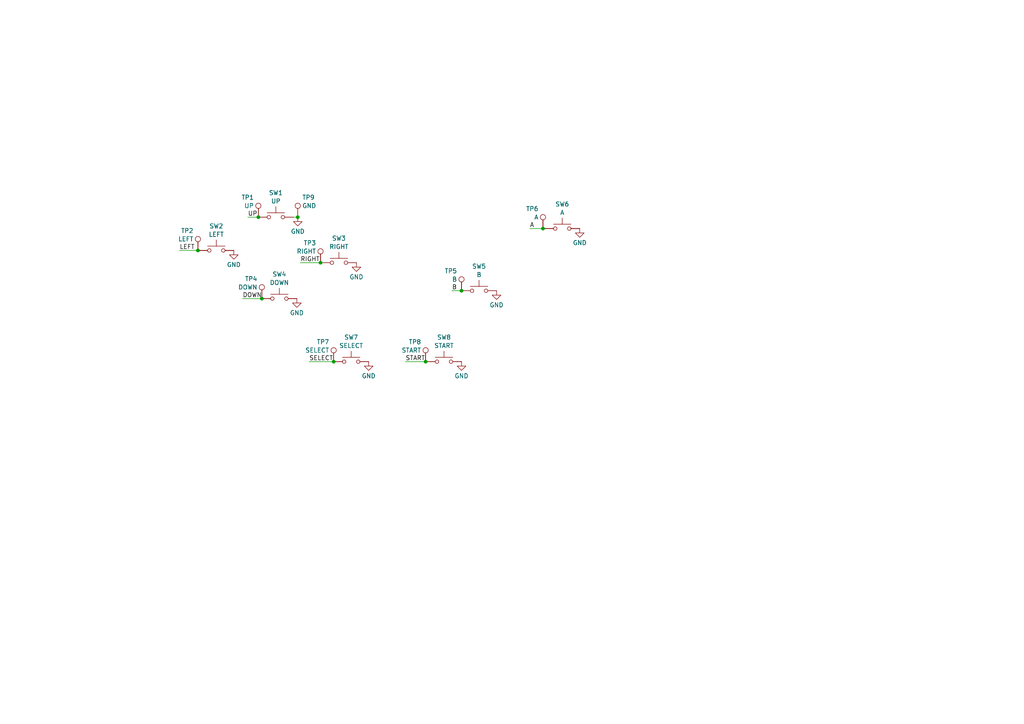
<source format=kicad_sch>
(kicad_sch (version 20231120) (generator "eeschema") (generator_version "8.0")
  (paper "A4")
  (lib_symbols
    (symbol "Connector:TestPoint" (pin_numbers hide) (pin_names (offset 0.762) hide)
      (property "Reference" "TP" (at 0 6.858 0))
      (property "Value" "TestPoint" (at 0 5.08 0))
      (symbol "TestPoint_0_1"
        (circle (center 0 3.302) (radius 0.762))
      )
      (symbol "TestPoint_1_1"
        (pin passive line (at 0 0 90) (length 2.54) (name "1") (number "1"))
      )
    )
    (symbol "Switch:SW_Push" (pin_numbers hide) (pin_names (offset 1.016) hide)
      (property "Reference" "SW" (at 1.27 2.54 0))
      (property "Value" "SW_Push" (at 0 -1.524 0))
      (symbol "SW_Push_0_1"
        (circle (center -2.032 0) (radius 0.508))
        (polyline (pts (xy 0 1.27) (xy 0 3.048)))
        (polyline (pts (xy 2.54 1.27) (xy -2.54 1.27)))
        (circle (center 2.032 0) (radius 0.508))
        (pin passive line (at -5.08 0 0) (length 2.54) (name "1") (number "1"))
        (pin passive line (at 5.08 0 180) (length 2.54) (name "2") (number "2"))
      )
    )
    (symbol "power:GND" (power) (pin_numbers hide) (pin_names (offset 0) hide)
      (property "Value" "GND" (at 0 -3.81 0))
      (symbol "GND_0_1"
        (polyline (pts (xy 0 0) (xy 0 -1.27) (xy 1.27 -1.27) (xy 0 -2.54) (xy -1.27 -1.27) (xy 0 -1.27)))
      )
      (symbol "GND_1_1"
        (pin power_in line (at 0 0 270) (length 0) (name "~") (number "1"))
      )
    )
  )
  (junction (at 133.858 84.328))
  (junction (at 92.964 76.2))
  (junction (at 57.404 72.644))
  (junction (at 96.774 104.902))
  (junction (at 123.444 104.902))
  (junction (at 86.36 62.992))
  (junction (at 75.946 86.614))
  (junction (at 74.93 62.992))
  (junction (at 157.48 66.294))
  (wire (pts (xy 71.882 62.992) (xy 74.93 62.992)))
  (wire (pts (xy 123.444 104.902) (xy 123.698 104.902)))
  (wire (pts (xy 86.36 62.992) (xy 85.09 62.992)))
  (wire (pts (xy 153.67 66.294) (xy 157.48 66.294)))
  (wire (pts (xy 70.358 86.614) (xy 75.946 86.614)))
  (wire (pts (xy 87.122 76.2) (xy 92.964 76.2)))
  (wire (pts (xy 89.662 104.902) (xy 96.774 104.902)))
  (wire (pts (xy 131.064 84.328) (xy 133.858 84.328)))
  (wire (pts (xy 52.07 72.644) (xy 57.404 72.644)))
  (wire (pts (xy 57.404 72.644) (xy 57.658 72.644)))
  (wire (pts (xy 92.964 76.2) (xy 93.218 76.2)))
  (wire (pts (xy 117.602 104.902) (xy 123.444 104.902)))
  (wire (pts (xy 157.48 66.294) (xy 157.988 66.294)))
  (label "B" (at 131.064 84.328 0))
  (label "START" (at 117.602 104.902 0))
  (label "SELECT" (at 89.662 104.902 0))
  (label "LEFT" (at 52.07 72.644 0))
  (label "RIGHT" (at 87.122 76.2 0))
  (label "UP" (at 71.882 62.992 0))
  (label "A" (at 153.67 66.294 0))
  (label "DOWN" (at 70.358 86.614 0))
  (symbol (lib_id "Switch:SW_Push") (at 101.854 104.902 0) (mirror y) (unit 1)
    (property "Reference" "SW7" (at 101.854 97.8365 0))
    (property "Value" "SELECT" (at 101.854 100.2608 0))
    (property "Footprint" "GBC_directional:Select CGB" (effects (hide yes)))
    (property "Description" "Push button switch, generic, two pins" (effects (hide yes)))
  )
  (symbol (lib_id "power:GND") (at 144.018 84.328 0) (unit 1)
    (property "Reference" "#PWR07" (effects (hide yes)))
    (property "Value" "GND" (at 144.018 88.4611 0))
    (property "Description" "Power symbol creates a global label with name \"GND\" , ground" (effects (hide yes)))
  )
  (symbol (lib_id "power:GND") (at 67.818 72.644 0) (unit 1)
    (property "Reference" "#PWR01" (effects (hide yes)))
    (property "Value" "GND" (at 67.818 76.7771 0))
    (property "Description" "Power symbol creates a global label with name \"GND\" , ground" (effects (hide yes)))
  )
  (symbol (lib_id "power:GND") (at 86.106 86.614 0) (unit 1)
    (property "Reference" "#PWR03" (effects (hide yes)))
    (property "Value" "GND" (at 86.106 90.7471 0))
    (property "Description" "Power symbol creates a global label with name \"GND\" , ground" (effects (hide yes)))
  )
  (symbol (lib_id "Switch:SW_Push") (at 80.01 62.992 0) (unit 1)
    (property "Reference" "SW1" (at 80.01 55.9265 0))
    (property "Value" "UP" (at 80.01 58.3508 0))
    (property "Footprint" "GBC_directional:Dpad CGB" (effects (hide yes)))
    (property "Description" "Push button switch, generic, two pins" (effects (hide yes)))
  )
  (symbol (lib_id "power:GND") (at 103.378 76.2 0) (unit 1)
    (property "Reference" "#PWR04" (effects (hide yes)))
    (property "Value" "GND" (at 103.378 80.3331 0))
    (property "Description" "Power symbol creates a global label with name \"GND\" , ground" (effects (hide yes)))
  )
  (symbol (lib_id "power:GND") (at 86.36 62.992 0) (unit 1)
    (property "Reference" "#PWR02" (effects (hide yes)))
    (property "Value" "GND" (at 86.36 67.1251 0))
    (property "Description" "Power symbol creates a global label with name \"GND\" , ground" (effects (hide yes)))
  )
  (symbol (lib_id "power:GND") (at 106.934 104.902 0) (unit 1)
    (property "Reference" "#PWR05" (effects (hide yes)))
    (property "Value" "GND" (at 106.934 109.0351 0))
    (property "Description" "Power symbol creates a global label with name \"GND\" , ground" (effects (hide yes)))
  )
  (symbol (lib_id "Connector:TestPoint") (at 123.444 104.902 0) (unit 1)
    (property "Reference" "TP8" (at 122.174 99.1757 0) (effects (justify right)))
    (property "Value" "START" (at 122.174 101.6 0) (effects (justify right)))
    (property "Footprint" "TestPoint:TestPoint_THTPad_D1.5mm_Drill0.7mm" (effects (hide yes)))
    (property "Description" "test point" (effects (hide yes)))
  )
  (symbol (lib_id "Connector:TestPoint") (at 57.404 72.644 0) (unit 1)
    (property "Reference" "TP2" (at 56.134 66.9177 0) (effects (justify right)))
    (property "Value" "LEFT" (at 56.134 69.342 0) (effects (justify right)))
    (property "Footprint" "TestPoint:TestPoint_THTPad_D1.5mm_Drill0.7mm" (effects (hide yes)))
    (property "Description" "test point" (effects (hide yes)))
  )
  (symbol (lib_id "Connector:TestPoint") (at 92.964 76.2 0) (unit 1)
    (property "Reference" "TP3" (at 91.694 70.4737 0) (effects (justify right)))
    (property "Value" "RIGHT" (at 91.694 72.898 0) (effects (justify right)))
    (property "Footprint" "TestPoint:TestPoint_THTPad_D1.5mm_Drill0.7mm" (effects (hide yes)))
    (property "Description" "test point" (effects (hide yes)))
  )
  (symbol (lib_id "Connector:TestPoint") (at 133.858 84.328 0) (unit 1)
    (property "Reference" "TP5" (at 132.588 78.6017 0) (effects (justify right)))
    (property "Value" "B" (at 132.588 81.026 0) (effects (justify right)))
    (property "Footprint" "TestPoint:TestPoint_THTPad_D1.5mm_Drill0.7mm" (effects (hide yes)))
    (property "Description" "test point" (effects (hide yes)))
  )
  (symbol (lib_id "Connector:TestPoint") (at 75.946 86.614 0) (unit 1)
    (property "Reference" "TP4" (at 74.676 80.8877 0) (effects (justify right)))
    (property "Value" "DOWN" (at 74.676 83.312 0) (effects (justify right)))
    (property "Footprint" "TestPoint:TestPoint_THTPad_D1.5mm_Drill0.7mm" (effects (hide yes)))
    (property "Description" "test point" (effects (hide yes)))
  )
  (symbol (lib_id "power:GND") (at 168.148 66.294 0) (unit 1)
    (property "Reference" "#PWR08" (effects (hide yes)))
    (property "Value" "GND" (at 168.148 70.4271 0))
    (property "Description" "Power symbol creates a global label with name \"GND\" , ground" (effects (hide yes)))
  )
  (symbol (lib_id "Connector:TestPoint") (at 86.36 62.992 0) (mirror y) (unit 1)
    (property "Reference" "TP9" (at 87.63 57.2657 0) (effects (justify right)))
    (property "Value" "GND" (at 87.63 59.69 0) (effects (justify right)))
    (property "Footprint" "TestPoint:TestPoint_THTPad_D1.5mm_Drill0.7mm" (effects (hide yes)))
    (property "Description" "test point" (effects (hide yes)))
  )
  (symbol (lib_id "Switch:SW_Push") (at 62.738 72.644 0) (unit 1)
    (property "Reference" "SW2" (at 62.738 65.5785 0))
    (property "Value" "LEFT" (at 62.738 68.0028 0))
    (property "Footprint" "GBC_directional:Dpad CGB" (effects (hide yes)))
    (property "Description" "Push button switch, generic, two pins" (effects (hide yes)))
  )
  (symbol (lib_id "Switch:SW_Push") (at 163.068 66.294 0) (mirror y) (unit 1)
    (property "Reference" "SW6" (at 163.068 59.2285 0))
    (property "Value" "A" (at 163.068 61.6528 0))
    (property "Footprint" "GBC_directional:AB CGB" (effects (hide yes)))
    (property "Description" "Push button switch, generic, two pins" (effects (hide yes)))
  )
  (symbol (lib_id "Connector:TestPoint") (at 96.774 104.902 0) (unit 1)
    (property "Reference" "TP7" (at 95.504 99.1757 0) (effects (justify right)))
    (property "Value" "SELECT" (at 95.504 101.6 0) (effects (justify right)))
    (property "Footprint" "TestPoint:TestPoint_THTPad_D1.5mm_Drill0.7mm" (effects (hide yes)))
    (property "Description" "test point" (effects (hide yes)))
  )
  (symbol (lib_id "power:GND") (at 133.858 104.902 0) (unit 1)
    (property "Reference" "#PWR06" (effects (hide yes)))
    (property "Value" "GND" (at 133.858 109.0351 0))
    (property "Description" "Power symbol creates a global label with name \"GND\" , ground" (effects (hide yes)))
  )
  (symbol (lib_id "Switch:SW_Push") (at 138.938 84.328 0) (mirror y) (unit 1)
    (property "Reference" "SW5" (at 138.938 77.2625 0))
    (property "Value" "B" (at 138.938 79.6868 0))
    (property "Footprint" "GBC_directional:AB CGB" (effects (hide yes)))
    (property "Description" "Push button switch, generic, two pins" (effects (hide yes)))
  )
  (symbol (lib_id "Switch:SW_Push") (at 98.298 76.2 0) (mirror y) (unit 1)
    (property "Reference" "SW3" (at 98.298 69.1345 0))
    (property "Value" "RIGHT" (at 98.298 71.5588 0))
    (property "Footprint" "GBC_directional:Dpad CGB" (effects (hide yes)))
    (property "Description" "Push button switch, generic, two pins" (effects (hide yes)))
  )
  (symbol (lib_id "Switch:SW_Push") (at 128.778 104.902 0) (mirror y) (unit 1)
    (property "Reference" "SW8" (at 128.778 97.8365 0))
    (property "Value" "START" (at 128.778 100.2608 0))
    (property "Footprint" "GBC_directional:Start CGB" (effects (hide yes)))
    (property "Description" "Push button switch, generic, two pins" (effects (hide yes)))
  )
  (symbol (lib_id "Connector:TestPoint") (at 157.48 66.294 0) (unit 1)
    (property "Reference" "TP6" (at 156.21 60.5677 0) (effects (justify right)))
    (property "Value" "A" (at 156.21 62.992 0) (effects (justify right)))
    (property "Footprint" "TestPoint:TestPoint_THTPad_D1.5mm_Drill0.7mm" (effects (hide yes)))
    (property "Description" "test point" (effects (hide yes)))
  )
  (symbol (lib_id "Connector:TestPoint") (at 74.93 62.992 0) (unit 1)
    (property "Reference" "TP1" (at 73.66 57.2657 0) (effects (justify right)))
    (property "Value" "UP" (at 73.66 59.69 0) (effects (justify right)))
    (property "Footprint" "TestPoint:TestPoint_THTPad_D1.5mm_Drill0.7mm" (effects (hide yes)))
    (property "Description" "test point" (effects (hide yes)))
  )
  (symbol (lib_id "Switch:SW_Push") (at 81.026 86.614 0) (mirror y) (unit 1)
    (property "Reference" "SW4" (at 81.026 79.5485 0))
    (property "Value" "DOWN" (at 81.026 81.9728 0))
    (property "Footprint" "GBC_directional:Dpad CGB" (effects (hide yes)))
    (property "Description" "Push button switch, generic, two pins" (effects (hide yes)))
  )
)
</source>
